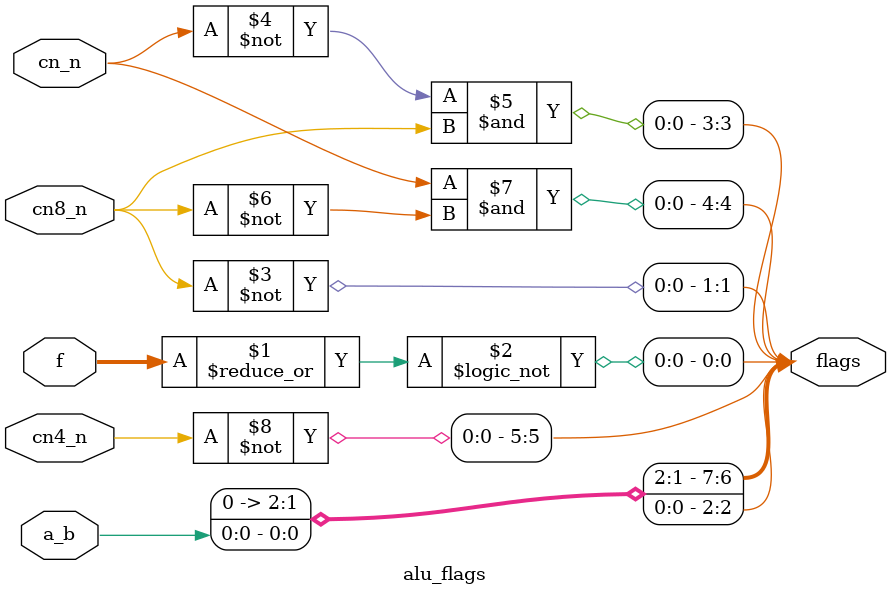
<source format=v>
/*****************************************************************************
 * ALU Flags
 * Copyright 2023 Anubhav Mattoo
 * 
 * Permission is hereby granted, free of charge, to any person obtaining a
 * copy of this software and associated documentation files (the "Software"),
 * to deal in the Software without restriction, including without limitation
 * the rights to use, copy, modify, merge, publish, distribute, sublicense,
 * and/or sell copies of the Software, and to permit persons to whom the
 * Software is furnished to do so, subject to the following conditions:
 * 
 * The above copyright notice and this permission notice shall be included
 * in all copies or substantial portions of the Software.
 * 
 * THE SOFTWARE IS PROVIDED "AS IS", WITHOUT WARRANTY OF ANY KIND, EXPRESS OR
 * IMPLIED, INCLUDING BUT NOT LIMITED TO THE WARRANTIES OF MERCHANTABILITY,
 * FITNESS FOR A PARTICULAR PURPOSE AND NONINFRINGEMENT. IN NO EVENT SHALL
 * THE AUTHORS OR COPYRIGHT HOLDERS BE LIABLE FOR ANY CLAIM, DAMAGES OR OTHER
 * LIABILITY, WHETHER IN AN ACTION OF CONTRACT, TORT OR OTHERWISE, ARISING
 * FROM, OUT OF OR IN CONNECTION WITH THE SOFTWARE OR THE USE OR OTHER
 * DEALINGS IN THE SOFTWARE.
 * 
 * Author : Anubhav Mattoo <anubhavmattoo@outlook.com>
 * Date : 2023 - 02 - 24
 ****************************************************************************/
 // `timescale 1ns/1ps


 module alu_flags (
	output [7:0] flags,
	 input [7:0] f,
	 input       a_b,
	 input       cn_n,
	 input       cn4_n,
	 input       cn8_n
);
	
	assign flags[0] = ~|f; // Zero
	assign flags[1] = ~cn8_n; // Carry
	assign flags[2] = a_b; // Equal
	assign flags[3] = ~cn_n & cn8_n; // Lesser Than
	assign flags[4] = cn_n & ~cn8_n; // Greater Than
	assign flags[5] = ~cn4_n; // Half Carry
	assign flags[6] = 0;
	assign flags[7] = 0;

endmodule
</source>
